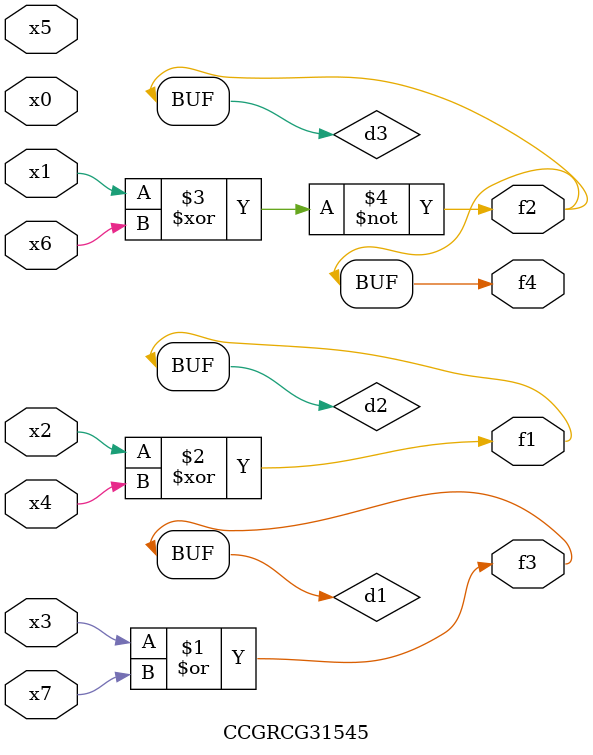
<source format=v>
module CCGRCG31545(
	input x0, x1, x2, x3, x4, x5, x6, x7,
	output f1, f2, f3, f4
);

	wire d1, d2, d3;

	or (d1, x3, x7);
	xor (d2, x2, x4);
	xnor (d3, x1, x6);
	assign f1 = d2;
	assign f2 = d3;
	assign f3 = d1;
	assign f4 = d3;
endmodule

</source>
